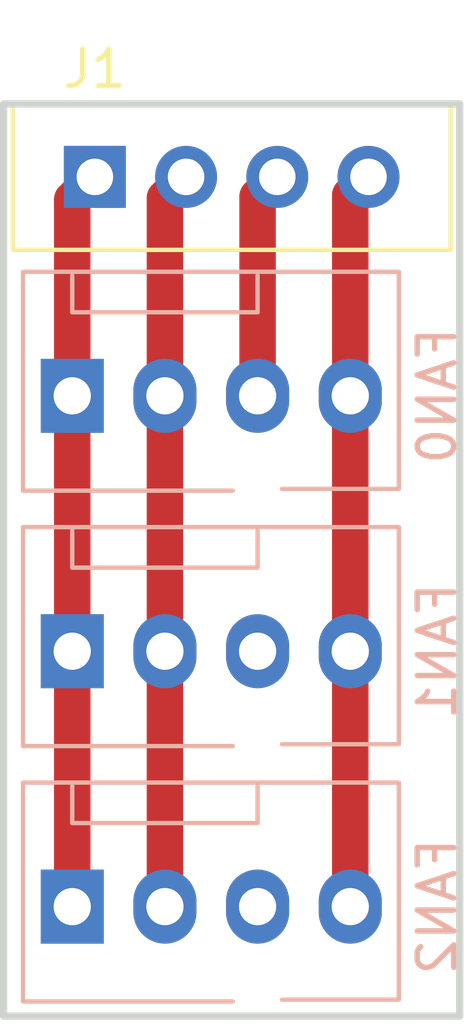
<source format=kicad_pcb>
(kicad_pcb (version 20171130) (host pcbnew 5.1.5+dfsg1-2)

  (general
    (thickness 1.6)
    (drawings 4)
    (tracks 14)
    (zones 0)
    (modules 4)
    (nets 1)
  )

  (page A4)
  (layers
    (0 F.Cu signal)
    (31 B.Cu signal)
    (32 B.Adhes user)
    (33 F.Adhes user)
    (34 B.Paste user)
    (35 F.Paste user)
    (36 B.SilkS user)
    (37 F.SilkS user)
    (38 B.Mask user)
    (39 F.Mask user)
    (40 Dwgs.User user)
    (41 Cmts.User user)
    (42 Eco1.User user)
    (43 Eco2.User user)
    (44 Edge.Cuts user)
    (45 Margin user)
    (46 B.CrtYd user)
    (47 F.CrtYd user)
    (48 B.Fab user hide)
    (49 F.Fab user hide)
  )

  (setup
    (last_trace_width 1)
    (trace_clearance 0.2)
    (zone_clearance 0.508)
    (zone_45_only no)
    (trace_min 0.2)
    (via_size 0.8)
    (via_drill 0.4)
    (via_min_size 0.4)
    (via_min_drill 0.3)
    (uvia_size 0.3)
    (uvia_drill 0.1)
    (uvias_allowed no)
    (uvia_min_size 0.2)
    (uvia_min_drill 0.1)
    (edge_width 0.15)
    (segment_width 0.2)
    (pcb_text_width 0.3)
    (pcb_text_size 1.5 1.5)
    (mod_edge_width 0.15)
    (mod_text_size 1 1)
    (mod_text_width 0.15)
    (pad_size 1.524 1.524)
    (pad_drill 0.762)
    (pad_to_mask_clearance 0.051)
    (solder_mask_min_width 0.25)
    (aux_axis_origin 31.75 32)
    (grid_origin 34.13 39.5)
    (visible_elements FFFFFF7F)
    (pcbplotparams
      (layerselection 0x010fc_ffffffff)
      (usegerberextensions false)
      (usegerberattributes false)
      (usegerberadvancedattributes false)
      (creategerberjobfile false)
      (excludeedgelayer true)
      (linewidth 0.100000)
      (plotframeref false)
      (viasonmask false)
      (mode 1)
      (useauxorigin false)
      (hpglpennumber 1)
      (hpglpenspeed 20)
      (hpglpendiameter 15.000000)
      (psnegative false)
      (psa4output false)
      (plotreference true)
      (plotvalue true)
      (plotinvisibletext false)
      (padsonsilk false)
      (subtractmaskfromsilk false)
      (outputformat 1)
      (mirror false)
      (drillshape 1)
      (scaleselection 1)
      (outputdirectory ""))
  )

  (net 0 "")

  (net_class Default "This is the default net class."
    (clearance 0.2)
    (trace_width 1)
    (via_dia 0.8)
    (via_drill 0.4)
    (uvia_dia 0.3)
    (uvia_drill 0.1)
  )

  (module Connector:FanPinHeader_1x04_P2.54mm_Vertical (layer B.Cu) (tedit 5A19DE55) (tstamp 5E3B878B)
    (at 33.63 40)
    (descr "4-pin CPU fan Through hole pin header, e.g. for Wieson part number 2366C888-007 Molex 47053-1000, Foxconn HF27040-M1, Tyco 1470947-1 or equivalent, see http://www.formfactors.org/developer%5Cspecs%5Crev1_2_public.pdf")
    (tags "pin header 4-pin CPU fan")
    (fp_text reference FAN0 (at 10 0 90) (layer B.SilkS)
      (effects (font (size 1 1) (thickness 0.15)) (justify mirror))
    )
    (fp_text value FanPinHeader_1x04_P2.54mm_Vertical (at 4.05 -4.35) (layer B.Fab)
      (effects (font (size 1 1) (thickness 0.15)) (justify mirror))
    )
    (fp_line (start 9.35 3.2) (end 9.35 -3.8) (layer B.CrtYd) (width 0.05))
    (fp_line (start 9.35 3.2) (end -1.75 3.2) (layer B.CrtYd) (width 0.05))
    (fp_line (start -1.75 -3.8) (end 9.35 -3.8) (layer B.CrtYd) (width 0.05))
    (fp_line (start -1.75 -3.8) (end -1.75 3.2) (layer B.CrtYd) (width 0.05))
    (fp_line (start 5.08 -2.29) (end 5.08 -3.3) (layer B.SilkS) (width 0.12))
    (fp_line (start 0 -2.29) (end 5.08 -2.29) (layer B.SilkS) (width 0.12))
    (fp_line (start 0 -3.3) (end 0 -2.29) (layer B.SilkS) (width 0.12))
    (fp_line (start -1.25 2.5) (end 4.4 2.5) (layer B.Fab) (width 0.1))
    (fp_line (start -1.25 -3.3) (end -1.25 2.5) (layer B.Fab) (width 0.1))
    (fp_line (start -1.2 -3.3) (end -1.25 -3.3) (layer B.Fab) (width 0.1))
    (fp_line (start 8.85 -3.3) (end -1.2 -3.3) (layer B.Fab) (width 0.1))
    (fp_line (start 8.85 2.5) (end 8.85 -3.3) (layer B.Fab) (width 0.1))
    (fp_line (start 5.75 2.5) (end 8.85 2.5) (layer B.Fab) (width 0.1))
    (fp_line (start 0 -2.3) (end 0 -3.3) (layer B.Fab) (width 0.1))
    (fp_line (start 5.1 -2.3) (end 0 -2.3) (layer B.Fab) (width 0.1))
    (fp_line (start 5.1 -3.3) (end 5.1 -2.3) (layer B.Fab) (width 0.1))
    (fp_line (start -1.35 -3.4) (end -1.35 2.6) (layer B.SilkS) (width 0.12))
    (fp_line (start 8.95 -3.4) (end -1.35 -3.4) (layer B.SilkS) (width 0.12))
    (fp_line (start 8.95 2.55) (end 8.95 -3.4) (layer B.SilkS) (width 0.12))
    (fp_line (start 5.75 2.55) (end 8.95 2.55) (layer B.SilkS) (width 0.12))
    (fp_line (start -1.35 2.6) (end 4.4 2.6) (layer B.SilkS) (width 0.12))
    (fp_text user %R (at 1.85 1.75) (layer B.Fab)
      (effects (font (size 1 1) (thickness 0.15)) (justify mirror))
    )
    (pad "" np_thru_hole circle (at 5.08 2.16 270) (size 1.1 1.1) (drill 1.1) (layers *.Cu *.Mask))
    (pad 4 thru_hole oval (at 7.62 0 270) (size 2.03 1.73) (drill 1.02) (layers *.Cu *.Mask))
    (pad 3 thru_hole oval (at 5.08 0 270) (size 2.03 1.73) (drill 1.02) (layers *.Cu *.Mask))
    (pad 2 thru_hole oval (at 2.54 0 270) (size 2.03 1.73) (drill 1.02) (layers *.Cu *.Mask))
    (pad 1 thru_hole rect (at 0 0 270) (size 2.03 1.73) (drill 1.02) (layers *.Cu *.Mask))
    (model ${KISYS3DMOD}/Connector.3dshapes/FanPinHeader_1x04_P2.54mm_Vertical.wrl
      (at (xyz 0 0 0))
      (scale (xyz 1 1 1))
      (rotate (xyz 0 0 0))
    )
  )

  (module Connector:FanPinHeader_1x04_P2.54mm_Vertical (layer B.Cu) (tedit 5A19DE55) (tstamp 5E3B88D0)
    (at 33.63 47)
    (descr "4-pin CPU fan Through hole pin header, e.g. for Wieson part number 2366C888-007 Molex 47053-1000, Foxconn HF27040-M1, Tyco 1470947-1 or equivalent, see http://www.formfactors.org/developer%5Cspecs%5Crev1_2_public.pdf")
    (tags "pin header 4-pin CPU fan")
    (fp_text reference FAN1 (at 10 0 90) (layer B.SilkS)
      (effects (font (size 1 1) (thickness 0.15)) (justify mirror))
    )
    (fp_text value FanPinHeader_1x04_P2.54mm_Vertical (at 4.05 -4.35) (layer B.Fab)
      (effects (font (size 1 1) (thickness 0.15)) (justify mirror))
    )
    (fp_text user %R (at 1.85 1.75) (layer B.Fab)
      (effects (font (size 1 1) (thickness 0.15)) (justify mirror))
    )
    (fp_line (start -1.35 2.6) (end 4.4 2.6) (layer B.SilkS) (width 0.12))
    (fp_line (start 5.75 2.55) (end 8.95 2.55) (layer B.SilkS) (width 0.12))
    (fp_line (start 8.95 2.55) (end 8.95 -3.4) (layer B.SilkS) (width 0.12))
    (fp_line (start 8.95 -3.4) (end -1.35 -3.4) (layer B.SilkS) (width 0.12))
    (fp_line (start -1.35 -3.4) (end -1.35 2.6) (layer B.SilkS) (width 0.12))
    (fp_line (start 5.1 -3.3) (end 5.1 -2.3) (layer B.Fab) (width 0.1))
    (fp_line (start 5.1 -2.3) (end 0 -2.3) (layer B.Fab) (width 0.1))
    (fp_line (start 0 -2.3) (end 0 -3.3) (layer B.Fab) (width 0.1))
    (fp_line (start 5.75 2.5) (end 8.85 2.5) (layer B.Fab) (width 0.1))
    (fp_line (start 8.85 2.5) (end 8.85 -3.3) (layer B.Fab) (width 0.1))
    (fp_line (start 8.85 -3.3) (end -1.2 -3.3) (layer B.Fab) (width 0.1))
    (fp_line (start -1.2 -3.3) (end -1.25 -3.3) (layer B.Fab) (width 0.1))
    (fp_line (start -1.25 -3.3) (end -1.25 2.5) (layer B.Fab) (width 0.1))
    (fp_line (start -1.25 2.5) (end 4.4 2.5) (layer B.Fab) (width 0.1))
    (fp_line (start 0 -3.3) (end 0 -2.29) (layer B.SilkS) (width 0.12))
    (fp_line (start 0 -2.29) (end 5.08 -2.29) (layer B.SilkS) (width 0.12))
    (fp_line (start 5.08 -2.29) (end 5.08 -3.3) (layer B.SilkS) (width 0.12))
    (fp_line (start -1.75 -3.8) (end -1.75 3.2) (layer B.CrtYd) (width 0.05))
    (fp_line (start -1.75 -3.8) (end 9.35 -3.8) (layer B.CrtYd) (width 0.05))
    (fp_line (start 9.35 3.2) (end -1.75 3.2) (layer B.CrtYd) (width 0.05))
    (fp_line (start 9.35 3.2) (end 9.35 -3.8) (layer B.CrtYd) (width 0.05))
    (pad 1 thru_hole rect (at 0 0 270) (size 2.03 1.73) (drill 1.02) (layers *.Cu *.Mask))
    (pad 2 thru_hole oval (at 2.54 0 270) (size 2.03 1.73) (drill 1.02) (layers *.Cu *.Mask))
    (pad 3 thru_hole oval (at 5.08 0 270) (size 2.03 1.73) (drill 1.02) (layers *.Cu *.Mask))
    (pad 4 thru_hole oval (at 7.62 0 270) (size 2.03 1.73) (drill 1.02) (layers *.Cu *.Mask))
    (pad "" np_thru_hole circle (at 5.08 2.16 270) (size 1.1 1.1) (drill 1.1) (layers *.Cu *.Mask))
    (model ${KISYS3DMOD}/Connector.3dshapes/FanPinHeader_1x04_P2.54mm_Vertical.wrl
      (at (xyz 0 0 0))
      (scale (xyz 1 1 1))
      (rotate (xyz 0 0 0))
    )
  )

  (module Connector:FanPinHeader_1x04_P2.54mm_Vertical (layer B.Cu) (tedit 5A19DE55) (tstamp 5E3B8947)
    (at 33.63 54)
    (descr "4-pin CPU fan Through hole pin header, e.g. for Wieson part number 2366C888-007 Molex 47053-1000, Foxconn HF27040-M1, Tyco 1470947-1 or equivalent, see http://www.formfactors.org/developer%5Cspecs%5Crev1_2_public.pdf")
    (tags "pin header 4-pin CPU fan")
    (fp_text reference FAN2 (at 10 0 270) (layer B.SilkS)
      (effects (font (size 1 1) (thickness 0.15)) (justify mirror))
    )
    (fp_text value FanPinHeader_1x04_P2.54mm_Vertical (at 4.05 -4.35) (layer B.Fab)
      (effects (font (size 1 1) (thickness 0.15)) (justify mirror))
    )
    (fp_line (start 9.35 3.2) (end 9.35 -3.8) (layer B.CrtYd) (width 0.05))
    (fp_line (start 9.35 3.2) (end -1.75 3.2) (layer B.CrtYd) (width 0.05))
    (fp_line (start -1.75 -3.8) (end 9.35 -3.8) (layer B.CrtYd) (width 0.05))
    (fp_line (start -1.75 -3.8) (end -1.75 3.2) (layer B.CrtYd) (width 0.05))
    (fp_line (start 5.08 -2.29) (end 5.08 -3.3) (layer B.SilkS) (width 0.12))
    (fp_line (start 0 -2.29) (end 5.08 -2.29) (layer B.SilkS) (width 0.12))
    (fp_line (start 0 -3.3) (end 0 -2.29) (layer B.SilkS) (width 0.12))
    (fp_line (start -1.25 2.5) (end 4.4 2.5) (layer B.Fab) (width 0.1))
    (fp_line (start -1.25 -3.3) (end -1.25 2.5) (layer B.Fab) (width 0.1))
    (fp_line (start -1.2 -3.3) (end -1.25 -3.3) (layer B.Fab) (width 0.1))
    (fp_line (start 8.85 -3.3) (end -1.2 -3.3) (layer B.Fab) (width 0.1))
    (fp_line (start 8.85 2.5) (end 8.85 -3.3) (layer B.Fab) (width 0.1))
    (fp_line (start 5.75 2.5) (end 8.85 2.5) (layer B.Fab) (width 0.1))
    (fp_line (start 0 -2.3) (end 0 -3.3) (layer B.Fab) (width 0.1))
    (fp_line (start 5.1 -2.3) (end 0 -2.3) (layer B.Fab) (width 0.1))
    (fp_line (start 5.1 -3.3) (end 5.1 -2.3) (layer B.Fab) (width 0.1))
    (fp_line (start -1.35 -3.4) (end -1.35 2.6) (layer B.SilkS) (width 0.12))
    (fp_line (start 8.95 -3.4) (end -1.35 -3.4) (layer B.SilkS) (width 0.12))
    (fp_line (start 8.95 2.55) (end 8.95 -3.4) (layer B.SilkS) (width 0.12))
    (fp_line (start 5.75 2.55) (end 8.95 2.55) (layer B.SilkS) (width 0.12))
    (fp_line (start -1.35 2.6) (end 4.4 2.6) (layer B.SilkS) (width 0.12))
    (fp_text user %R (at 1.85 1.75) (layer B.Fab)
      (effects (font (size 1 1) (thickness 0.15)) (justify mirror))
    )
    (pad "" np_thru_hole circle (at 5.08 2.16 270) (size 1.1 1.1) (drill 1.1) (layers *.Cu *.Mask))
    (pad 4 thru_hole oval (at 7.62 0 270) (size 2.03 1.73) (drill 1.02) (layers *.Cu *.Mask))
    (pad 3 thru_hole oval (at 5.08 0 270) (size 2.03 1.73) (drill 1.02) (layers *.Cu *.Mask))
    (pad 2 thru_hole oval (at 2.54 0 270) (size 2.03 1.73) (drill 1.02) (layers *.Cu *.Mask))
    (pad 1 thru_hole rect (at 0 0 270) (size 2.03 1.73) (drill 1.02) (layers *.Cu *.Mask))
    (model ${KISYS3DMOD}/Connector.3dshapes/FanPinHeader_1x04_P2.54mm_Vertical.wrl
      (at (xyz 0 0 0))
      (scale (xyz 1 1 1))
      (rotate (xyz 0 0 0))
    )
  )

  (module pwrbtn:male_blade (layer F.Cu) (tedit 5BD9DBCB) (tstamp 5BD8C032)
    (at 38 34)
    (descr "Through hole straight pin header, 1x04, 2.54mm pitch, single row")
    (tags "Through hole pin header THT 1x04 2.54mm single row")
    (fp_text reference J1 (at -3.75 -2.96) (layer F.SilkS)
      (effects (font (size 1 1) (thickness 0.15)))
    )
    (fp_text value male_blade (at 0 -2.54) (layer F.Fab)
      (effects (font (size 1 1) (thickness 0.15)))
    )
    (fp_line (start 6 2) (end 6 -2) (layer F.SilkS) (width 0.12))
    (fp_line (start -6 -2) (end 6 -2) (layer F.SilkS) (width 0.12))
    (fp_line (start -6 2) (end 6 2) (layer F.SilkS) (width 0.12))
    (fp_line (start -6 2) (end -6 -2) (layer F.SilkS) (width 0.12))
    (fp_text user %R (at 0 -4) (layer F.Fab)
      (effects (font (size 1 1) (thickness 0.15)))
    )
    (pad 1 thru_hole rect (at -3.75 0 90) (size 1.7 1.7) (drill 1) (layers *.Cu *.Mask))
    (pad 2 thru_hole circle (at -1.25 0 90) (size 1.7 1.7) (drill 1) (layers *.Cu *.Mask))
    (pad 3 thru_hole circle (at 1.25 0 90) (size 1.7 1.7) (drill 1) (layers *.Cu *.Mask))
    (pad 4 thru_hole circle (at 3.75 0 90) (size 1.7 1.7) (drill 1) (layers *.Cu *.Mask))
    (model ${KIPRJMOD}/male_blade.step
      (offset (xyz -6.15 -1.5 0))
      (scale (xyz 1 1 1))
      (rotate (xyz -90 0 0))
    )
  )

  (gr_line (start 31.75 32) (end 44.25 32) (layer Edge.Cuts) (width 0.2))
  (gr_line (start 31.75 57) (end 31.75 32) (layer Edge.Cuts) (width 0.2))
  (gr_line (start 44.25 57) (end 31.75 57) (layer Edge.Cuts) (width 0.2))
  (gr_line (start 44.25 32) (end 44.25 57) (layer Edge.Cuts) (width 0.2) (tstamp 5E3B893A))

  (segment (start 33.63 34.62) (end 34.25 34) (width 1) (layer F.Cu) (net 0))
  (segment (start 33.63 40) (end 33.63 34.62) (width 1) (layer F.Cu) (net 0))
  (segment (start 36.17 34.58) (end 36.75 34) (width 1) (layer F.Cu) (net 0))
  (segment (start 36.17 40) (end 36.17 34.58) (width 1) (layer F.Cu) (net 0))
  (segment (start 38.71 34.54) (end 39.25 34) (width 1) (layer F.Cu) (net 0))
  (segment (start 38.71 40) (end 38.71 34.54) (width 1) (layer F.Cu) (net 0))
  (segment (start 41.25 34.5) (end 41.75 34) (width 1) (layer F.Cu) (net 0))
  (segment (start 41.25 40) (end 41.25 34.5) (width 1) (layer F.Cu) (net 0))
  (segment (start 41.25 40) (end 41.25 47) (width 1) (layer F.Cu) (net 0))
  (segment (start 41.25 47) (end 41.25 54) (width 1) (layer F.Cu) (net 0))
  (segment (start 36.17 54) (end 36.17 47) (width 1) (layer F.Cu) (net 0))
  (segment (start 36.17 47) (end 36.17 40) (width 1) (layer F.Cu) (net 0))
  (segment (start 33.63 40) (end 33.63 47) (width 1) (layer F.Cu) (net 0))
  (segment (start 33.63 47) (end 33.63 54) (width 1) (layer F.Cu) (net 0))

)

</source>
